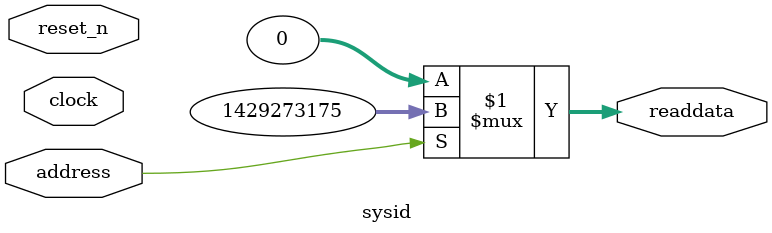
<source format=v>

`timescale 1ns / 1ps
// synthesis translate_on

// turn off superfluous verilog processor warnings 
// altera message_level Level1 
// altera message_off 10034 10035 10036 10037 10230 10240 10030 

module sysid (
               // inputs:
                address,
                clock,
                reset_n,

               // outputs:
                readdata
             )
;

  output  [ 31: 0] readdata;
  input            address;
  input            clock;
  input            reset_n;

  wire    [ 31: 0] readdata;
  //control_slave, which is an e_avalon_slave
  assign readdata = address ? 1429273175 : 0;

endmodule


</source>
